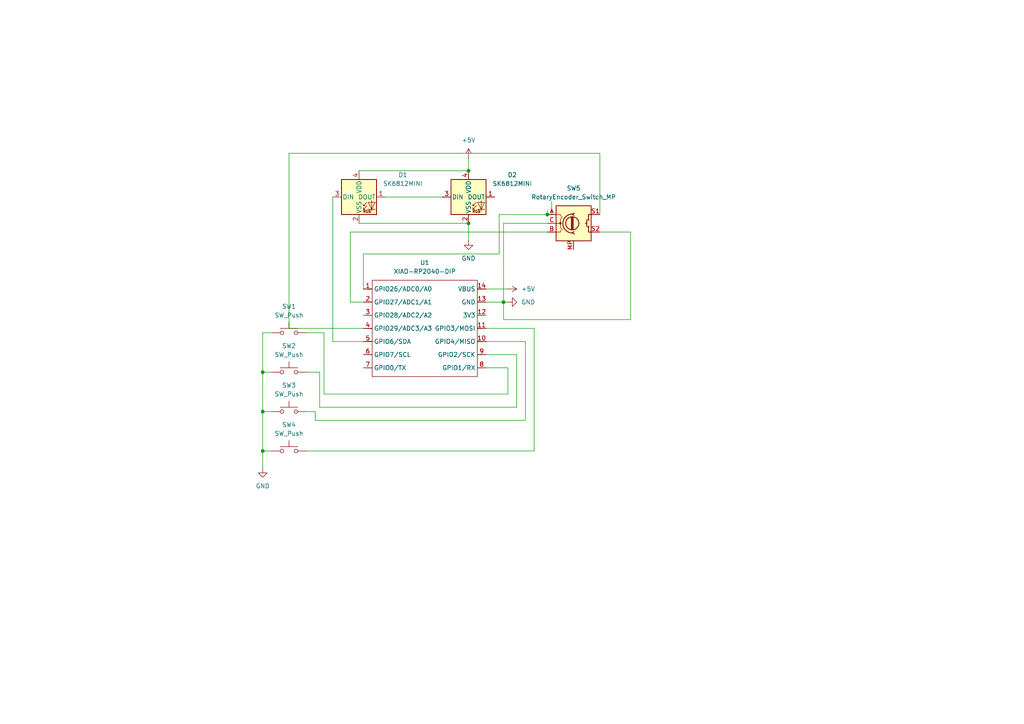
<source format=kicad_sch>
(kicad_sch (version 20250114) (generator "eeschema") (generator_version "9.0")
  (paper "A4")
  (lib_symbols
    (symbol "Device:RotaryEncoder_Switch_MP" (pin_names (offset 0.254) (hide yes))
      (property "Reference" "SW" (at 0 8.89 0))
      (property "Value" "RotaryEncoder_Switch_MP" (at 0 6.35 0))
      (symbol "RotaryEncoder_Switch_MP_0_1"
        (rectangle (start -5.08 5.08) (end 5.08 -5.08) (stroke (width 0.254)) (fill (type background)))
        (polyline (pts (xy -5.08 2.54) (xy -3.81 2.54) (xy -3.81 2.032)))
        (polyline (pts (xy -5.08 0) (xy -3.81 0) (xy -3.81 -1.016) (xy -3.302 -2.032)))
        (polyline (pts (xy -5.08 -2.54) (xy -3.81 -2.54) (xy -3.81 -2.032)))
        (polyline (pts (xy -4.318 0) (xy -3.81 0) (xy -3.81 1.016) (xy -3.302 2.032)))
        (circle (center -3.81 0) (radius 0.254) (fill (type outline)))
        (polyline (pts (xy -0.635 -1.778) (xy -0.635 1.778)) (stroke (width 0.254)))
        (circle (center -0.381 0) (radius 1.905) (stroke (width 0.254)))
        (polyline (pts (xy -0.381 -1.778) (xy -0.381 1.778)) (stroke (width 0.254)))
        (arc (start -0.381 -2.794) (mid -3.0988 -0.0635) (end -0.381 2.667) (stroke (width 0.254)))
        (polyline (pts (xy -0.127 1.778) (xy -0.127 -1.778)) (stroke (width 0.254)))
        (polyline (pts (xy 0.254 2.921) (xy -0.508 2.667) (xy 0.127 2.286)) (stroke (width 0.254)))
        (polyline (pts (xy 0.254 -3.048) (xy -0.508 -2.794) (xy 0.127 -2.413)) (stroke (width 0.254)))
        (polyline (pts (xy 3.81 1.016) (xy 3.81 -1.016)) (stroke (width 0.254)))
        (polyline (pts (xy 3.81 0) (xy 3.429 0)) (stroke (width 0.254)))
        (circle (center 4.318 1.016) (radius 0.127) (stroke (width 0.254)))
        (circle (center 4.318 -1.016) (radius 0.127) (stroke (width 0.254)))
        (polyline (pts (xy 5.08 2.54) (xy 4.318 2.54) (xy 4.318 1.016)) (stroke (width 0.254)))
        (polyline (pts (xy 5.08 -2.54) (xy 4.318 -2.54) (xy 4.318 -1.016)) (stroke (width 0.254)))
      )
      (symbol "RotaryEncoder_Switch_MP_1_1"
        (pin passive line (at -7.62 2.54 0) (length 2.54) (name "A") (number "A"))
        (pin passive line (at -7.62 0 0) (length 2.54) (name "C") (number "C"))
        (pin passive line (at -7.62 -2.54 0) (length 2.54) (name "B") (number "B"))
        (pin passive line (at 0 -7.62 90) (length 2.54) (name "MP") (number "MP"))
        (pin passive line (at 7.62 2.54 180) (length 2.54) (name "S1") (number "S1"))
        (pin passive line (at 7.62 -2.54 180) (length 2.54) (name "S2") (number "S2"))
      )
    )
    (symbol "LED:SK6812MINI" (pin_names (offset 0.254))
      (property "Reference" "D" (at 5.08 5.715 0))
      (property "Value" "SK6812MINI" (at 1.27 -5.715 0))
      (symbol "SK6812MINI_0_0"
        (text "RGB" (at 2.286 -4.191 0) (effects (font (size 0.762 0.762))))
      )
      (symbol "SK6812MINI_0_1"
        (polyline (pts (xy 1.27 -2.54) (xy 1.778 -2.54)))
        (polyline (pts (xy 1.27 -3.556) (xy 1.778 -3.556)))
        (polyline (pts (xy 2.286 -1.524) (xy 1.27 -2.54) (xy 1.27 -2.032)))
        (polyline (pts (xy 2.286 -2.54) (xy 1.27 -3.556) (xy 1.27 -3.048)))
        (polyline (pts (xy 3.683 -1.016) (xy 3.683 -3.556) (xy 3.683 -4.064)))
        (polyline (pts (xy 4.699 -1.524) (xy 2.667 -1.524) (xy 3.683 -3.556) (xy 4.699 -1.524)))
        (polyline (pts (xy 4.699 -3.556) (xy 2.667 -3.556)))
        (rectangle (start 5.08 5.08) (end -5.08 -5.08) (stroke (width 0.254)) (fill (type background)))
      )
      (symbol "SK6812MINI_1_1"
        (pin input line (at -7.62 0 0) (length 2.54) (name "DIN") (number "3"))
        (pin power_in line (at 0 7.62 270) (length 2.54) (name "VDD") (number "4"))
        (pin power_in line (at 0 -7.62 90) (length 2.54) (name "VSS") (number "2"))
        (pin output line (at 7.62 0 180) (length 2.54) (name "DOUT") (number "1"))
      )
    )
    (symbol "OPL:XIAO-RP2040-DIP"
      (property "Reference" "U" (at 0 0 0))
      (property "Value" "XIAO-RP2040-DIP" (at 5.334 -1.778 0))
      (symbol "XIAO-RP2040-DIP_1_0"
        (polyline (pts (xy -1.27 -2.54) (xy 29.21 -2.54)) (stroke (width 0.1524)))
        (polyline (pts (xy -1.27 -5.08) (xy -2.54 -5.08)) (stroke (width 0.1524)))
        (polyline (pts (xy -1.27 -5.08) (xy -1.27 -2.54)) (stroke (width 0.1524)))
        (polyline (pts (xy -1.27 -8.89) (xy -2.54 -8.89)) (stroke (width 0.1524)))
        (polyline (pts (xy -1.27 -8.89) (xy -1.27 -5.08)) (stroke (width 0.1524)))
        (polyline (pts (xy -1.27 -12.7) (xy -2.54 -12.7)) (stroke (width 0.1524)))
        (polyline (pts (xy -1.27 -12.7) (xy -1.27 -8.89)) (stroke (width 0.1524)))
        (polyline (pts (xy -1.27 -16.51) (xy -2.54 -16.51)) (stroke (width 0.1524)))
        (polyline (pts (xy -1.27 -16.51) (xy -1.27 -12.7)) (stroke (width 0.1524)))
        (polyline (pts (xy -1.27 -20.32) (xy -2.54 -20.32)) (stroke (width 0.1524)))
        (polyline (pts (xy -1.27 -24.13) (xy -2.54 -24.13)) (stroke (width 0.1524)))
        (polyline (pts (xy -1.27 -27.94) (xy -2.54 -27.94)) (stroke (width 0.1524)))
        (polyline (pts (xy -1.27 -30.48) (xy -1.27 -16.51)) (stroke (width 0.1524)))
        (polyline (pts (xy 29.21 -2.54) (xy 29.21 -5.08)) (stroke (width 0.1524)))
        (polyline (pts (xy 29.21 -5.08) (xy 29.21 -8.89)) (stroke (width 0.1524)))
        (polyline (pts (xy 29.21 -8.89) (xy 29.21 -12.7)) (stroke (width 0.1524)))
        (polyline (pts (xy 29.21 -12.7) (xy 29.21 -30.48)) (stroke (width 0.1524)))
        (polyline (pts (xy 29.21 -30.48) (xy -1.27 -30.48)) (stroke (width 0.1524)))
        (polyline (pts (xy 30.48 -5.08) (xy 29.21 -5.08)) (stroke (width 0.1524)))
        (polyline (pts (xy 30.48 -8.89) (xy 29.21 -8.89)) (stroke (width 0.1524)))
        (polyline (pts (xy 30.48 -12.7) (xy 29.21 -12.7)) (stroke (width 0.1524)))
        (polyline (pts (xy 30.48 -16.51) (xy 29.21 -16.51)) (stroke (width 0.1524)))
        (polyline (pts (xy 30.48 -20.32) (xy 29.21 -20.32)) (stroke (width 0.1524)))
        (polyline (pts (xy 30.48 -24.13) (xy 29.21 -24.13)) (stroke (width 0.1524)))
        (polyline (pts (xy 30.48 -27.94) (xy 29.21 -27.94)) (stroke (width 0.1524)))
        (pin passive line (at -3.81 -5.08 0) (length 2.54) (name "GPIO26/ADC0/A0") (number "1"))
        (pin passive line (at -3.81 -8.89 0) (length 2.54) (name "GPIO27/ADC1/A1") (number "2"))
        (pin passive line (at -3.81 -12.7 0) (length 2.54) (name "GPIO28/ADC2/A2") (number "3"))
        (pin passive line (at -3.81 -16.51 0) (length 2.54) (name "GPIO29/ADC3/A3") (number "4"))
        (pin passive line (at -3.81 -20.32 0) (length 2.54) (name "GPIO6/SDA") (number "5"))
        (pin passive line (at -3.81 -24.13 0) (length 2.54) (name "GPIO7/SCL") (number "6"))
        (pin passive line (at -3.81 -27.94 0) (length 2.54) (name "GPIO0/TX") (number "7"))
        (pin passive line (at 31.75 -5.08 180) (length 2.54) (name "VBUS") (number "14"))
        (pin passive line (at 31.75 -8.89 180) (length 2.54) (name "GND") (number "13"))
        (pin passive line (at 31.75 -12.7 180) (length 2.54) (name "3V3") (number "12"))
        (pin passive line (at 31.75 -16.51 180) (length 2.54) (name "GPIO3/MOSI") (number "11"))
        (pin passive line (at 31.75 -20.32 180) (length 2.54) (name "GPIO4/MISO") (number "10"))
        (pin passive line (at 31.75 -24.13 180) (length 2.54) (name "GPIO2/SCK") (number "9"))
        (pin passive line (at 31.75 -27.94 180) (length 2.54) (name "GPIO1/RX") (number "8"))
      )
    )
    (symbol "Switch:SW_Push" (pin_numbers (hide yes)) (pin_names (offset 1.016) (hide yes))
      (property "Reference" "SW" (at 1.27 2.54 0))
      (property "Value" "SW_Push" (at 0 -1.524 0))
      (symbol "SW_Push_0_1"
        (circle (center -2.032 0) (radius 0.508))
        (polyline (pts (xy 0 1.27) (xy 0 3.048)))
        (circle (center 2.032 0) (radius 0.508))
        (polyline (pts (xy 2.54 1.27) (xy -2.54 1.27)))
        (pin passive line (at -5.08 0 0) (length 2.54) (name "1") (number "1"))
        (pin passive line (at 5.08 0 180) (length 2.54) (name "2") (number "2"))
      )
    )
    (symbol "power:+5V" (power) (pin_numbers (hide yes)) (pin_names (offset 0) (hide yes))
      (property "Value" "+5V" (at 0 3.556 0))
      (symbol "+5V_0_1"
        (polyline (pts (xy -0.762 1.27) (xy 0 2.54)))
        (polyline (pts (xy 0 2.54) (xy 0.762 1.27)))
        (polyline (pts (xy 0 0) (xy 0 2.54)))
      )
      (symbol "+5V_1_1"
        (pin power_in line (at 0 0 90) (length 0) (name "~") (number "1"))
      )
    )
    (symbol "power:GND" (power) (pin_numbers (hide yes)) (pin_names (offset 0) (hide yes))
      (property "Value" "GND" (at 0 -3.81 0))
      (symbol "GND_0_1"
        (polyline (pts (xy 0 0) (xy 0 -1.27) (xy 1.27 -1.27) (xy 0 -2.54) (xy -1.27 -1.27) (xy 0 -1.27)))
      )
      (symbol "GND_1_1"
        (pin power_in line (at 0 0 270) (length 0) (name "~") (number "1"))
      )
    )
  )
  (junction (at 135.89 49.53))
  (junction (at 158.75 62.23))
  (junction (at 76.2 130.81))
  (junction (at 146.05 87.63))
  (junction (at 76.2 107.95))
  (junction (at 135.89 64.77))
  (junction (at 76.2 119.38))
  (wire (pts (xy 147.32 106.68) (xy 147.32 114.3)))
  (wire (pts (xy 76.2 130.81) (xy 76.2 135.89)))
  (wire (pts (xy 140.97 99.06) (xy 152.4 99.06)))
  (wire (pts (xy 158.75 60.96) (xy 158.75 62.23)))
  (wire (pts (xy 154.94 95.25) (xy 154.94 130.81)))
  (wire (pts (xy 96.52 57.15) (xy 96.52 99.06)))
  (wire (pts (xy 105.41 99.06) (xy 96.52 99.06)))
  (wire (pts (xy 147.32 114.3) (xy 93.98 114.3)))
  (wire (pts (xy 173.99 44.45) (xy 83.82 44.45)))
  (wire (pts (xy 93.98 114.3) (xy 93.98 96.52)))
  (wire (pts (xy 158.75 64.77) (xy 146.05 64.77)))
  (wire (pts (xy 146.05 92.71) (xy 146.05 87.63)))
  (wire (pts (xy 93.98 96.52) (xy 88.9 96.52)))
  (wire (pts (xy 76.2 96.52) (xy 76.2 107.95)))
  (wire (pts (xy 104.14 64.77) (xy 135.89 64.77)))
  (wire (pts (xy 135.89 45.72) (xy 135.89 49.53)))
  (wire (pts (xy 152.4 99.06) (xy 152.4 121.92)))
  (wire (pts (xy 105.41 87.63) (xy 101.6 87.63)))
  (wire (pts (xy 140.97 83.82) (xy 147.32 83.82)))
  (wire (pts (xy 152.4 121.92) (xy 91.44 121.92)))
  (wire (pts (xy 88.9 130.81) (xy 154.94 130.81)))
  (wire (pts (xy 149.86 118.11) (xy 92.71 118.11)))
  (wire (pts (xy 83.82 44.45) (xy 83.82 95.25)))
  (wire (pts (xy 101.6 87.63) (xy 101.6 67.31)))
  (wire (pts (xy 83.82 95.25) (xy 105.41 95.25)))
  (wire (pts (xy 160.02 58.42) (xy 160.02 62.23)))
  (wire (pts (xy 76.2 130.81) (xy 78.74 130.81)))
  (wire (pts (xy 135.89 64.77) (xy 135.89 69.85)))
  (wire (pts (xy 149.86 102.87) (xy 149.86 118.11)))
  (wire (pts (xy 140.97 106.68) (xy 147.32 106.68)))
  (wire (pts (xy 88.9 107.95) (xy 92.71 107.95)))
  (wire (pts (xy 144.78 62.23) (xy 158.75 62.23)))
  (wire (pts (xy 173.99 67.31) (xy 182.88 67.31)))
  (wire (pts (xy 76.2 107.95) (xy 78.74 107.95)))
  (wire (pts (xy 111.76 57.15) (xy 128.27 57.15)))
  (wire (pts (xy 76.2 119.38) (xy 78.74 119.38)))
  (wire (pts (xy 144.78 73.66) (xy 144.78 62.23)))
  (wire (pts (xy 140.97 95.25) (xy 154.94 95.25)))
  (wire (pts (xy 91.44 119.38) (xy 88.9 119.38)))
  (wire (pts (xy 173.99 62.23) (xy 173.99 44.45)))
  (wire (pts (xy 160.02 62.23) (xy 158.75 62.23)))
  (wire (pts (xy 101.6 67.31) (xy 158.75 67.31)))
  (wire (pts (xy 104.14 49.53) (xy 135.89 49.53)))
  (wire (pts (xy 92.71 118.11) (xy 92.71 107.95)))
  (wire (pts (xy 76.2 119.38) (xy 76.2 130.81)))
  (wire (pts (xy 78.74 96.52) (xy 76.2 96.52)))
  (wire (pts (xy 140.97 87.63) (xy 146.05 87.63)))
  (wire (pts (xy 182.88 92.71) (xy 146.05 92.71)))
  (wire (pts (xy 76.2 107.95) (xy 76.2 119.38)))
  (wire (pts (xy 146.05 64.77) (xy 146.05 87.63)))
  (wire (pts (xy 105.41 73.66) (xy 144.78 73.66)))
  (wire (pts (xy 91.44 121.92) (xy 91.44 119.38)))
  (wire (pts (xy 182.88 67.31) (xy 182.88 92.71)))
  (wire (pts (xy 146.05 87.63) (xy 147.32 87.63)))
  (wire (pts (xy 140.97 102.87) (xy 149.86 102.87)))
  (wire (pts (xy 105.41 83.82) (xy 105.41 73.66)))
  (symbol (lib_id "Switch:SW_Push") (at 83.82 96.52 0) (unit 1)
    (property "Reference" "SW1" (at 83.82 88.9 0))
    (property "Value" "SW_Push" (at 83.82 91.44 0))
    (property "Footprint" "Button_Switch_Keyboard:SW_Cherry_MX_1.00u_PCB" (effects (hide yes)))
    (property "Description" "Push button switch, generic, two pins" (effects (hide yes)))
  )
  (symbol (lib_id "power:+5V") (at 135.89 45.72 0) (unit 1)
    (property "Reference" "#PWR05" (effects (hide yes)))
    (property "Value" "+5V" (at 135.89 40.64 0))
    (property "Description" "Power symbol creates a global label with name \"+5V\"" (effects (hide yes)))
  )
  (symbol (lib_id "OPL:XIAO-RP2040-DIP") (at 109.22 78.74 0) (unit 1)
    (property "Reference" "U1" (at 123.19 76.2 0))
    (property "Value" "XIAO-RP2040-DIP" (at 123.19 78.74 0))
    (property "Footprint" "OPL:XIAO-RP2040-DIP" (effects (hide yes)))
  )
  (symbol (lib_id "Device:RotaryEncoder_Switch_MP") (at 166.37 64.77 0) (unit 1)
    (property "Reference" "SW5" (at 166.37 54.61 0))
    (property "Value" "RotaryEncoder_Switch_MP" (at 166.37 57.15 0))
    (property "Footprint" "Rotary_Encoder:RotaryEncoder_Alps_EC11E-Switch_Vertical_H20mm" (effects (hide yes)))
    (property "Description" "Rotary encoder, dual channel, incremental quadrate outputs, with switch and MP Pin" (effects (hide yes)))
  )
  (symbol (lib_id "power:GND") (at 147.32 87.63 90) (unit 1)
    (property "Reference" "#PWR02" (effects (hide yes)))
    (property "Value" "GND" (at 151.13 87.6299 90) (effects (justify right)))
    (property "Description" "Power symbol creates a global label with name \"GND\" , ground" (effects (hide yes)))
  )
  (symbol (lib_id "power:GND") (at 76.2 135.89 0) (unit 1)
    (property "Reference" "#PWR01" (effects (hide yes)))
    (property "Value" "GND" (at 76.2 140.97 0))
    (property "Description" "Power symbol creates a global label with name \"GND\" , ground" (effects (hide yes)))
  )
  (symbol (lib_id "power:+5V") (at 147.32 83.82 270) (unit 1)
    (property "Reference" "#PWR03" (effects (hide yes)))
    (property "Value" "+5V" (at 151.13 83.8199 90) (effects (justify left)))
    (property "Description" "Power symbol creates a global label with name \"+5V\"" (effects (hide yes)))
  )
  (symbol (lib_id "power:GND") (at 135.89 69.85 0) (unit 1)
    (property "Reference" "#PWR04" (effects (hide yes)))
    (property "Value" "GND" (at 135.89 74.93 0))
    (property "Description" "Power symbol creates a global label with name \"GND\" , ground" (effects (hide yes)))
  )
  (symbol (lib_id "Switch:SW_Push") (at 83.82 119.38 0) (unit 1)
    (property "Reference" "SW3" (at 83.82 111.76 0))
    (property "Value" "SW_Push" (at 83.82 114.3 0))
    (property "Footprint" "Button_Switch_Keyboard:SW_Cherry_MX_1.00u_PCB" (effects (hide yes)))
    (property "Description" "Push button switch, generic, two pins" (effects (hide yes)))
  )
  (symbol (lib_id "LED:SK6812MINI") (at 135.89 57.15 0) (unit 1)
    (property "Reference" "D2" (at 148.59 50.7298 0))
    (property "Value" "SK6812MINI" (at 148.59 53.2698 0))
    (property "Footprint" "LED_SMD:LED_SK6812MINI_PLCC4_3.5x3.5mm_P1.75mm" (effects (hide yes)))
    (property "Datasheet" "https://cdn-shop.adafruit.com/product-files/2686/SK6812MINI_REV.01-1-2.pdf" (effects (hide yes)))
    (property "Description" "RGB LED with integrated controller" (effects (hide yes)))
  )
  (symbol (lib_id "Switch:SW_Push") (at 83.82 130.81 0) (unit 1)
    (property "Reference" "SW4" (at 83.82 123.19 0))
    (property "Value" "SW_Push" (at 83.82 125.73 0))
    (property "Footprint" "Button_Switch_Keyboard:SW_Cherry_MX_1.00u_PCB" (effects (hide yes)))
    (property "Description" "Push button switch, generic, two pins" (effects (hide yes)))
  )
  (symbol (lib_id "LED:SK6812MINI") (at 104.14 57.15 0) (unit 1)
    (property "Reference" "D1" (at 116.84 50.7298 0))
    (property "Value" "SK6812MINI" (at 116.84 53.2698 0))
    (property "Footprint" "LED_SMD:LED_SK6812MINI_PLCC4_3.5x3.5mm_P1.75mm" (effects (hide yes)))
    (property "Datasheet" "https://cdn-shop.adafruit.com/product-files/2686/SK6812MINI_REV.01-1-2.pdf" (effects (hide yes)))
    (property "Description" "RGB LED with integrated controller" (effects (hide yes)))
  )
  (symbol (lib_id "Switch:SW_Push") (at 83.82 107.95 0) (unit 1)
    (property "Reference" "SW2" (at 83.82 100.33 0))
    (property "Value" "SW_Push" (at 83.82 102.87 0))
    (property "Footprint" "Button_Switch_Keyboard:SW_Cherry_MX_1.00u_PCB" (effects (hide yes)))
    (property "Description" "Push button switch, generic, two pins" (effects (hide yes)))
  )
)
</source>
